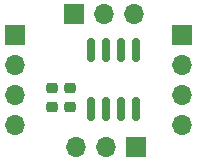
<source format=gbr>
%TF.GenerationSoftware,KiCad,Pcbnew,7.0.2-0*%
%TF.CreationDate,2024-02-15T18:07:51+00:00*%
%TF.ProjectId,rotor_test,726f746f-725f-4746-9573-742e6b696361,rev?*%
%TF.SameCoordinates,Original*%
%TF.FileFunction,Soldermask,Top*%
%TF.FilePolarity,Negative*%
%FSLAX46Y46*%
G04 Gerber Fmt 4.6, Leading zero omitted, Abs format (unit mm)*
G04 Created by KiCad (PCBNEW 7.0.2-0) date 2024-02-15 18:07:51*
%MOMM*%
%LPD*%
G01*
G04 APERTURE LIST*
G04 Aperture macros list*
%AMRoundRect*
0 Rectangle with rounded corners*
0 $1 Rounding radius*
0 $2 $3 $4 $5 $6 $7 $8 $9 X,Y pos of 4 corners*
0 Add a 4 corners polygon primitive as box body*
4,1,4,$2,$3,$4,$5,$6,$7,$8,$9,$2,$3,0*
0 Add four circle primitives for the rounded corners*
1,1,$1+$1,$2,$3*
1,1,$1+$1,$4,$5*
1,1,$1+$1,$6,$7*
1,1,$1+$1,$8,$9*
0 Add four rect primitives between the rounded corners*
20,1,$1+$1,$2,$3,$4,$5,0*
20,1,$1+$1,$4,$5,$6,$7,0*
20,1,$1+$1,$6,$7,$8,$9,0*
20,1,$1+$1,$8,$9,$2,$3,0*%
G04 Aperture macros list end*
%ADD10RoundRect,0.225000X0.250000X-0.225000X0.250000X0.225000X-0.250000X0.225000X-0.250000X-0.225000X0*%
%ADD11O,1.700000X1.700000*%
%ADD12R,1.700000X1.700000*%
%ADD13RoundRect,0.150000X0.150000X-0.825000X0.150000X0.825000X-0.150000X0.825000X-0.150000X-0.825000X0*%
G04 APERTURE END LIST*
D10*
%TO.C,C2*%
X64922400Y-56655000D03*
X64922400Y-55105000D03*
%TD*%
%TO.C,C1*%
X63401000Y-56655000D03*
X63401000Y-55105000D03*
%TD*%
D11*
%TO.C,J4*%
X65405000Y-60071000D03*
X67945000Y-60071000D03*
D12*
X70485000Y-60071000D03*
%TD*%
D13*
%TO.C,U1*%
X66675000Y-51881000D03*
X67945000Y-51881000D03*
X69215000Y-51881000D03*
X70485000Y-51881000D03*
X70485000Y-56831000D03*
X69215000Y-56831000D03*
X67945000Y-56831000D03*
X66675000Y-56831000D03*
%TD*%
D12*
%TO.C,J3*%
X74422000Y-50556000D03*
D11*
X74422000Y-53096000D03*
X74422000Y-55636000D03*
X74422000Y-58176000D03*
%TD*%
D12*
%TO.C,J2*%
X60248800Y-50556000D03*
D11*
X60248800Y-53096000D03*
X60248800Y-55636000D03*
X60248800Y-58176000D03*
%TD*%
D12*
%TO.C,J1*%
X65278000Y-48768000D03*
D11*
X67818000Y-48768000D03*
X70358000Y-48768000D03*
%TD*%
M02*

</source>
